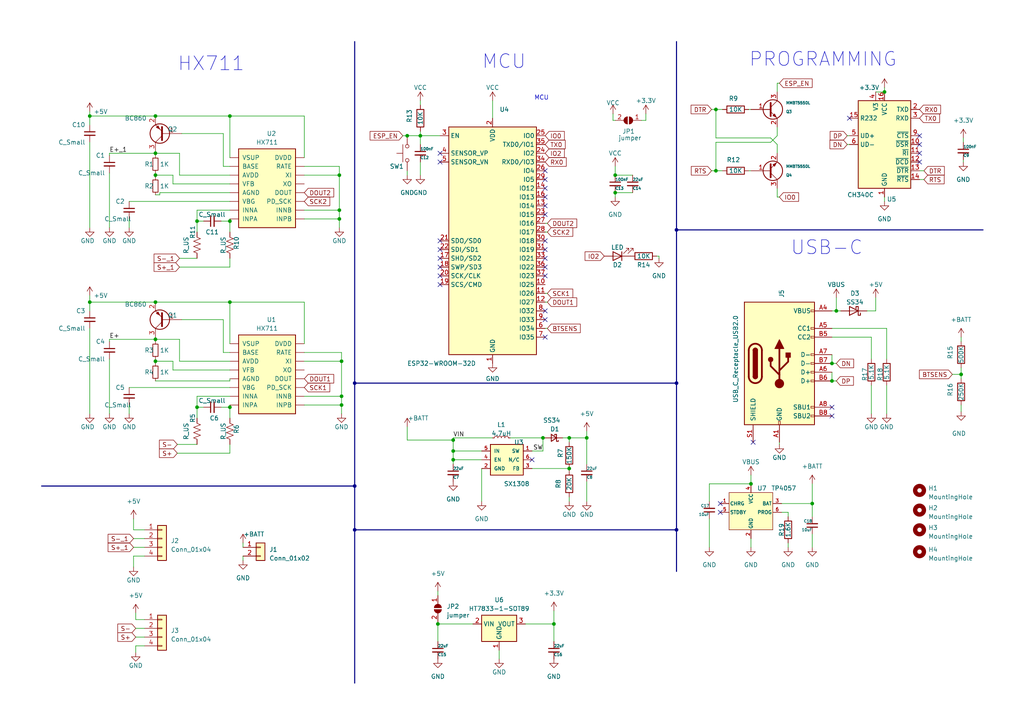
<source format=kicad_sch>
(kicad_sch (version 20230121) (generator eeschema)
  (paper "A4")
  (junction (at 278.765 108.585))
  (junction (at 121.92 39.37))
  (junction (at 66.675 87.63))
  (junction (at 66.675 118.11))
  (junction (at 131.445 127.635))
  (junction (at 242.57 90.17))
  (junction (at 66.675 33.655))
  (junction (at 160.655 180.975))
  (junction (at 57.15 64.135))
  (junction (at 178.435 55.88))
  (junction (at 45.085 50.8))
  (junction (at 165.1 127))
  (junction (at 170.18 127))
  (junction (at 157.48 127))
  (junction (at 45.085 33.655))
  (junction (at 196.215 153.67))
  (junction (at 98.425 50.8))
  (junction (at 207.645 31.75))
  (junction (at 45.085 87.63))
  (junction (at 196.215 66.675))
  (junction (at 66.675 64.135))
  (junction (at 45.085 98.425))
  (junction (at 102.87 153.67))
  (junction (at 131.445 133.35))
  (junction (at 178.435 50.8))
  (junction (at 98.425 60.96))
  (junction (at 217.805 140.335))
  (junction (at 102.87 140.97))
  (junction (at 131.445 130.81))
  (junction (at 196.215 111.125))
  (junction (at 45.085 44.45))
  (junction (at 26.035 87.63))
  (junction (at 207.645 49.53))
  (junction (at 99.06 114.935))
  (junction (at 256.54 26.67))
  (junction (at 98.425 63.5))
  (junction (at 241.3 110.49))
  (junction (at 118.11 39.37))
  (junction (at 26.035 33.655))
  (junction (at 99.06 104.775))
  (junction (at 235.585 146.05))
  (junction (at 99.06 117.475))
  (junction (at 45.085 104.775))
  (junction (at 57.15 118.11))
  (junction (at 102.87 111.125))
  (junction (at 127 180.975))
  (junction (at 165.1 135.89))
  (junction (at 241.3 105.41))
  (no_connect (at 158.115 92.71))
  (no_connect (at 266.7 41.91))
  (no_connect (at 127.635 82.55))
  (no_connect (at 154.305 133.35))
  (no_connect (at 158.115 80.01))
  (no_connect (at 127.635 80.01))
  (no_connect (at 158.115 72.39))
  (no_connect (at 158.115 54.61))
  (no_connect (at 266.7 46.99))
  (no_connect (at 127.635 46.99))
  (no_connect (at 208.915 148.59))
  (no_connect (at 241.3 118.11))
  (no_connect (at 158.115 97.79))
  (no_connect (at 127.635 77.47))
  (no_connect (at 127.635 72.39))
  (no_connect (at 266.7 44.45))
  (no_connect (at 246.38 34.29))
  (no_connect (at 208.915 146.05))
  (no_connect (at 158.115 57.15))
  (no_connect (at 158.115 77.47))
  (no_connect (at 218.44 128.27))
  (no_connect (at 158.115 62.23))
  (no_connect (at 158.115 69.85))
  (no_connect (at 127.635 44.45))
  (no_connect (at 127.635 74.93))
  (no_connect (at 241.3 120.65))
  (no_connect (at 127.635 69.85))
  (no_connect (at 158.115 49.53))
  (no_connect (at 158.115 90.17))
  (no_connect (at 158.115 52.07))
  (no_connect (at 266.7 39.37))
  (no_connect (at 158.115 74.93))
  (no_connect (at 158.115 59.69))
  (wire (pts (xy 226.695 146.05) (xy 235.585 146.05)))
  (wire (pts (xy 99.06 114.935) (xy 99.06 117.475)))
  (wire (pts (xy 26.035 41.275) (xy 26.035 66.04)))
  (wire (pts (xy 121.92 38.1) (xy 121.92 39.37)))
  (wire (pts (xy 206.375 31.75) (xy 207.645 31.75)))
  (wire (pts (xy 278.765 106.68) (xy 278.765 108.585)))
  (wire (pts (xy 45.085 56.515) (xy 46.355 56.515)))
  (wire (pts (xy 118.11 49.53) (xy 118.11 50.8)))
  (wire (pts (xy 165.1 127) (xy 165.1 128.27)))
  (wire (pts (xy 191.135 74.295) (xy 191.135 74.93)))
  (bus (pts (xy 196.215 111.125) (xy 196.215 153.67)))
  (wire (pts (xy 45.085 50.8) (xy 45.085 51.435)))
  (wire (pts (xy 66.675 118.11) (xy 66.675 121.285)))
  (wire (pts (xy 31.75 104.14) (xy 31.75 120.015)))
  (wire (pts (xy 59.055 64.135) (xy 57.15 64.135)))
  (wire (pts (xy 26.035 33.655) (xy 45.085 33.655)))
  (wire (pts (xy 217.805 156.21) (xy 217.805 158.75)))
  (bus (pts (xy 102.87 153.67) (xy 196.215 153.67)))
  (wire (pts (xy 160.655 180.975) (xy 160.655 186.055)))
  (wire (pts (xy 57.15 67.31) (xy 57.15 64.135)))
  (wire (pts (xy 45.085 110.49) (xy 66.675 110.49)))
  (wire (pts (xy 217.17 49.53) (xy 217.805 49.53)))
  (wire (pts (xy 225.425 57.15) (xy 226.06 57.15)))
  (wire (pts (xy 66.675 53.34) (xy 50.165 53.34)))
  (wire (pts (xy 116.84 39.37) (xy 118.11 39.37)))
  (wire (pts (xy 158.115 85.09) (xy 158.75 85.09)))
  (wire (pts (xy 228.6 157.48) (xy 228.6 158.75)))
  (wire (pts (xy 242.57 90.17) (xy 241.3 90.17)))
  (wire (pts (xy 158.75 64.77) (xy 158.115 64.77)))
  (wire (pts (xy 158.115 67.31) (xy 158.75 67.31)))
  (wire (pts (xy 118.11 127.635) (xy 131.445 127.635)))
  (wire (pts (xy 99.06 104.775) (xy 99.06 114.935)))
  (wire (pts (xy 131.445 130.81) (xy 131.445 133.35)))
  (wire (pts (xy 45.085 97.79) (xy 45.085 98.425)))
  (wire (pts (xy 45.085 98.425) (xy 52.07 98.425)))
  (wire (pts (xy 154.305 130.81) (xy 157.48 130.81)))
  (wire (pts (xy 99.06 117.475) (xy 99.06 120.015)))
  (bus (pts (xy 102.87 111.125) (xy 196.215 111.125)))
  (wire (pts (xy 121.92 46.99) (xy 121.92 50.8)))
  (wire (pts (xy 66.675 107.315) (xy 50.165 107.315)))
  (wire (pts (xy 165.1 127) (xy 170.18 127)))
  (wire (pts (xy 223.52 40.005) (xy 225.425 41.91)))
  (wire (pts (xy 252.73 104.14) (xy 252.73 97.79)))
  (wire (pts (xy 205.74 150.495) (xy 205.74 158.75)))
  (wire (pts (xy 207.645 31.75) (xy 207.645 40.005)))
  (wire (pts (xy 88.265 104.775) (xy 99.06 104.775)))
  (wire (pts (xy 45.085 104.775) (xy 50.165 104.775)))
  (wire (pts (xy 118.11 127.635) (xy 118.11 123.825)))
  (wire (pts (xy 88.265 114.935) (xy 99.06 114.935)))
  (wire (pts (xy 39.37 187.325) (xy 39.37 189.23)))
  (wire (pts (xy 39.37 179.705) (xy 41.91 179.705)))
  (wire (pts (xy 278.765 97.79) (xy 278.765 99.06)))
  (wire (pts (xy 41.91 153.67) (xy 38.735 153.67)))
  (wire (pts (xy 52.07 74.93) (xy 57.15 74.93)))
  (wire (pts (xy 37.465 117.475) (xy 37.465 120.015)))
  (wire (pts (xy 178.435 55.88) (xy 178.435 57.15)))
  (wire (pts (xy 88.265 117.475) (xy 99.06 117.475)))
  (wire (pts (xy 170.18 125.095) (xy 170.18 127)))
  (wire (pts (xy 46.355 56.515) (xy 46.355 55.88)))
  (wire (pts (xy 241.3 105.41) (xy 242.57 105.41)))
  (wire (pts (xy 98.425 60.96) (xy 98.425 63.5)))
  (wire (pts (xy 131.445 130.81) (xy 139.7 130.81)))
  (wire (pts (xy 257.175 95.25) (xy 241.3 95.25)))
  (wire (pts (xy 144.78 191.135) (xy 144.78 188.595)))
  (wire (pts (xy 98.425 63.5) (xy 98.425 66.04)))
  (wire (pts (xy 121.92 41.91) (xy 121.92 39.37)))
  (wire (pts (xy 257.175 104.14) (xy 257.175 95.25)))
  (wire (pts (xy 118.11 39.37) (xy 121.92 39.37)))
  (wire (pts (xy 70.485 161.29) (xy 70.485 162.56)))
  (wire (pts (xy 278.765 108.585) (xy 278.765 109.855)))
  (wire (pts (xy 88.265 102.235) (xy 99.06 102.235)))
  (wire (pts (xy 241.3 102.87) (xy 241.3 105.41)))
  (wire (pts (xy 127 171.45) (xy 127 172.72)))
  (wire (pts (xy 52.07 98.425) (xy 52.07 104.775)))
  (wire (pts (xy 178.435 48.26) (xy 178.435 50.8)))
  (wire (pts (xy 207.645 40.005) (xy 223.52 40.005)))
  (wire (pts (xy 266.7 52.07) (xy 267.97 52.07)))
  (wire (pts (xy 38.735 161.29) (xy 38.735 164.465)))
  (wire (pts (xy 241.3 107.95) (xy 241.3 110.49)))
  (wire (pts (xy 131.445 133.35) (xy 131.445 134.62)))
  (wire (pts (xy 59.055 118.11) (xy 57.15 118.11)))
  (wire (pts (xy 127 180.975) (xy 137.16 180.975)))
  (wire (pts (xy 66.675 74.93) (xy 66.675 77.47)))
  (wire (pts (xy 183.515 55.88) (xy 178.435 55.88)))
  (wire (pts (xy 39.37 182.245) (xy 41.91 182.245)))
  (wire (pts (xy 131.445 127.635) (xy 131.445 130.81)))
  (wire (pts (xy 45.085 104.775) (xy 45.085 105.41)))
  (wire (pts (xy 66.675 64.135) (xy 64.135 64.135)))
  (wire (pts (xy 279.4 46.99) (xy 279.4 46.355)))
  (wire (pts (xy 225.425 36.83) (xy 225.425 39.37)))
  (wire (pts (xy 158.115 87.63) (xy 158.75 87.63)))
  (wire (pts (xy 88.265 99.695) (xy 88.265 87.63)))
  (wire (pts (xy 66.675 110.49) (xy 66.675 109.855)))
  (wire (pts (xy 45.085 33.655) (xy 66.675 33.655)))
  (wire (pts (xy 52.07 77.47) (xy 66.675 77.47)))
  (wire (pts (xy 52.705 92.71) (xy 64.77 92.71)))
  (wire (pts (xy 66.675 118.11) (xy 64.135 118.11)))
  (wire (pts (xy 158.115 127) (xy 157.48 127)))
  (wire (pts (xy 127 180.34) (xy 127 180.975)))
  (wire (pts (xy 31.75 98.425) (xy 31.75 99.06)))
  (wire (pts (xy 228.6 148.59) (xy 228.6 149.86)))
  (bus (pts (xy 102.87 12.065) (xy 102.87 111.125)))
  (wire (pts (xy 131.445 133.35) (xy 139.7 133.35)))
  (wire (pts (xy 165.1 135.89) (xy 165.1 136.525)))
  (wire (pts (xy 66.675 114.935) (xy 57.15 114.935)))
  (wire (pts (xy 57.15 121.285) (xy 57.15 118.11)))
  (wire (pts (xy 170.18 127) (xy 170.18 134.62)))
  (wire (pts (xy 38.735 158.75) (xy 41.91 158.75)))
  (wire (pts (xy 235.585 146.05) (xy 235.585 140.335)))
  (wire (pts (xy 64.77 92.71) (xy 64.77 102.235)))
  (wire (pts (xy 245.745 39.37) (xy 246.38 39.37)))
  (wire (pts (xy 31.75 98.425) (xy 45.085 98.425)))
  (wire (pts (xy 191.135 74.295) (xy 190.5 74.295)))
  (wire (pts (xy 26.035 32.385) (xy 26.035 33.655)))
  (wire (pts (xy 98.425 48.26) (xy 98.425 50.8)))
  (wire (pts (xy 98.425 50.8) (xy 98.425 60.96)))
  (wire (pts (xy 38.735 156.21) (xy 41.91 156.21)))
  (wire (pts (xy 186.055 34.925) (xy 187.325 34.925)))
  (wire (pts (xy 226.06 128.905) (xy 226.06 128.27)))
  (wire (pts (xy 88.265 48.26) (xy 98.425 48.26)))
  (wire (pts (xy 31.75 50.165) (xy 31.75 66.04)))
  (wire (pts (xy 45.085 50.165) (xy 45.085 50.8)))
  (wire (pts (xy 243.84 90.17) (xy 242.57 90.17)))
  (wire (pts (xy 157.48 127) (xy 157.48 130.81)))
  (wire (pts (xy 235.585 154.94) (xy 235.585 158.75)))
  (wire (pts (xy 26.035 87.63) (xy 45.085 87.63)))
  (wire (pts (xy 45.085 43.815) (xy 45.085 44.45)))
  (bus (pts (xy 196.215 66.675) (xy 285.115 66.675)))
  (bus (pts (xy 102.87 153.67) (xy 102.87 198.12)))
  (wire (pts (xy 177.8 34.925) (xy 178.435 34.925)))
  (wire (pts (xy 131.445 127) (xy 131.445 127.635)))
  (wire (pts (xy 64.77 38.735) (xy 64.77 48.26)))
  (wire (pts (xy 70.485 157.48) (xy 70.485 158.75)))
  (wire (pts (xy 66.675 45.72) (xy 66.675 33.655)))
  (bus (pts (xy 196.215 153.67) (xy 196.215 165.735)))
  (wire (pts (xy 66.675 64.135) (xy 66.675 67.31)))
  (wire (pts (xy 38.735 150.495) (xy 38.735 153.67)))
  (wire (pts (xy 257.175 111.76) (xy 257.175 120.015)))
  (wire (pts (xy 39.37 177.8) (xy 39.37 179.705)))
  (wire (pts (xy 37.465 58.42) (xy 66.675 58.42)))
  (wire (pts (xy 158.75 95.25) (xy 158.115 95.25)))
  (wire (pts (xy 41.91 187.325) (xy 39.37 187.325)))
  (wire (pts (xy 207.645 41.275) (xy 223.52 41.275)))
  (wire (pts (xy 225.425 57.15) (xy 225.425 54.61)))
  (wire (pts (xy 131.445 127) (xy 142.875 127)))
  (wire (pts (xy 217.805 137.795) (xy 217.805 140.335)))
  (wire (pts (xy 99.06 102.235) (xy 99.06 104.775)))
  (wire (pts (xy 142.875 29.21) (xy 142.875 34.29)))
  (wire (pts (xy 206.375 49.53) (xy 207.645 49.53)))
  (wire (pts (xy 205.74 140.335) (xy 217.805 140.335)))
  (wire (pts (xy 66.675 118.11) (xy 66.675 117.475)))
  (wire (pts (xy 256.54 57.15) (xy 256.54 58.42)))
  (wire (pts (xy 252.73 97.79) (xy 241.3 97.79)))
  (wire (pts (xy 66.675 33.655) (xy 88.265 33.655)))
  (wire (pts (xy 45.085 45.085) (xy 45.085 44.45)))
  (wire (pts (xy 205.74 145.415) (xy 205.74 140.335)))
  (bus (pts (xy 102.87 140.97) (xy 102.87 153.67)))
  (wire (pts (xy 217.17 31.75) (xy 217.805 31.75)))
  (wire (pts (xy 57.15 114.935) (xy 57.15 118.11)))
  (wire (pts (xy 52.705 38.735) (xy 64.77 38.735)))
  (wire (pts (xy 88.265 50.8) (xy 98.425 50.8)))
  (wire (pts (xy 242.57 110.49) (xy 241.3 110.49)))
  (wire (pts (xy 154.305 135.89) (xy 165.1 135.89)))
  (wire (pts (xy 66.675 64.135) (xy 66.675 63.5)))
  (wire (pts (xy 50.165 104.775) (xy 50.165 107.315)))
  (wire (pts (xy 88.265 63.5) (xy 98.425 63.5)))
  (bus (pts (xy 102.87 111.125) (xy 102.87 140.97)))
  (wire (pts (xy 183.515 50.8) (xy 178.435 50.8)))
  (wire (pts (xy 254 26.67) (xy 256.54 26.67)))
  (wire (pts (xy 256.54 25.4) (xy 256.54 26.67)))
  (wire (pts (xy 160.655 177.165) (xy 160.655 180.975)))
  (wire (pts (xy 37.465 112.395) (xy 66.675 112.395)))
  (wire (pts (xy 152.4 180.975) (xy 160.655 180.975)))
  (wire (pts (xy 45.085 50.8) (xy 50.165 50.8)))
  (wire (pts (xy 45.085 99.06) (xy 45.085 98.425)))
  (wire (pts (xy 207.645 49.53) (xy 209.55 49.53)))
  (wire (pts (xy 45.085 104.14) (xy 45.085 104.775)))
  (wire (pts (xy 31.75 44.45) (xy 31.75 45.085)))
  (wire (pts (xy 223.52 41.275) (xy 225.425 39.37)))
  (wire (pts (xy 245.745 41.91) (xy 246.38 41.91)))
  (wire (pts (xy 254 86.36) (xy 254 90.17)))
  (wire (pts (xy 88.265 45.72) (xy 88.265 33.655)))
  (wire (pts (xy 64.77 48.26) (xy 66.675 48.26)))
  (wire (pts (xy 66.675 99.695) (xy 66.675 87.63)))
  (wire (pts (xy 225.425 26.67) (xy 225.425 24.13)))
  (wire (pts (xy 66.675 128.905) (xy 66.675 131.445)))
  (wire (pts (xy 207.645 31.75) (xy 209.55 31.75)))
  (wire (pts (xy 52.07 50.8) (xy 66.675 50.8)))
  (wire (pts (xy 66.675 87.63) (xy 88.265 87.63)))
  (wire (pts (xy 51.435 128.905) (xy 57.15 128.905)))
  (bus (pts (xy 196.215 66.675) (xy 196.215 111.125)))
  (wire (pts (xy 266.7 49.53) (xy 267.97 49.53)))
  (wire (pts (xy 66.675 131.445) (xy 51.435 131.445)))
  (wire (pts (xy 39.37 184.785) (xy 41.91 184.785)))
  (wire (pts (xy 26.035 95.25) (xy 26.035 120.015)))
  (wire (pts (xy 235.585 146.05) (xy 235.585 149.86)))
  (wire (pts (xy 66.675 60.96) (xy 57.15 60.96)))
  (wire (pts (xy 187.325 34.925) (xy 187.325 33.02)))
  (wire (pts (xy 127 180.975) (xy 127 186.055)))
  (bus (pts (xy 196.215 12.065) (xy 196.215 66.675)))
  (wire (pts (xy 31.75 44.45) (xy 45.085 44.45)))
  (wire (pts (xy 170.18 139.7) (xy 170.18 145.415)))
  (wire (pts (xy 26.035 33.655) (xy 26.035 36.195)))
  (wire (pts (xy 165.1 144.145) (xy 165.1 145.415)))
  (wire (pts (xy 26.035 85.725) (xy 26.035 87.63)))
  (wire (pts (xy 121.92 39.37) (xy 127.635 39.37)))
  (wire (pts (xy 121.92 29.21) (xy 121.92 30.48)))
  (bus (pts (xy 12.065 140.97) (xy 102.87 140.97)))
  (wire (pts (xy 50.165 50.8) (xy 50.165 53.34)))
  (wire (pts (xy 225.425 24.13) (xy 226.06 24.13)))
  (wire (pts (xy 45.085 87.63) (xy 66.675 87.63)))
  (wire (pts (xy 147.955 127) (xy 157.48 127)))
  (wire (pts (xy 88.265 60.96) (xy 98.425 60.96)))
  (wire (pts (xy 46.355 55.88) (xy 66.675 55.88)))
  (wire (pts (xy 278.765 117.475) (xy 278.765 119.38)))
  (wire (pts (xy 276.225 108.585) (xy 278.765 108.585)))
  (wire (pts (xy 45.085 44.45) (xy 52.07 44.45)))
  (wire (pts (xy 225.425 41.91) (xy 225.425 44.45)))
  (wire (pts (xy 226.695 148.59) (xy 228.6 148.59)))
  (wire (pts (xy 177.8 33.02) (xy 177.8 34.925)))
  (wire (pts (xy 254 90.17) (xy 251.46 90.17)))
  (wire (pts (xy 163.195 127) (xy 165.1 127)))
  (wire (pts (xy 252.73 111.76) (xy 252.73 120.015)))
  (wire (pts (xy 279.4 40.005) (xy 279.4 41.275)))
  (wire (pts (xy 41.91 161.29) (xy 38.735 161.29)))
  (wire (pts (xy 52.07 44.45) (xy 52.07 50.8)))
  (wire (pts (xy 64.77 102.235) (xy 66.675 102.235)))
  (wire (pts (xy 37.465 63.5) (xy 37.465 66.04)))
  (wire (pts (xy 207.645 49.53) (xy 207.645 41.275)))
  (wire (pts (xy 139.7 135.89) (xy 139.7 145.415)))
  (wire (pts (xy 57.15 60.96) (xy 57.15 64.135)))
  (wire (pts (xy 242.57 86.36) (xy 242.57 90.17)))
  (wire (pts (xy 26.035 87.63) (xy 26.035 90.17)))
  (wire (pts (xy 52.07 104.775) (xy 66.675 104.775)))
  (text "MCU\n" (at 154.94 29.21 0) (effects (font (size 1.27 1.27)) (justify left bottom)))
  (text "USB-C" (at 229.235 74.295 0) (effects (font (size 4 4)) (justify left bottom)))
  (text "PROGRAMMING\n" (at 217.17 19.685 0) (effects (font (size 4 4)) (justify left bottom)))
  (text "MCU" (at 139.7 20.32 0) (effects (font (size 4 4)) (justify left bottom)))
  (text "HX711\n" (at 51.435 20.955 0) (effects (font (size 4 4)) (justify left bottom)))
  (label "E+_1" (at 31.75 44.45 0))
  (label "E+" (at 31.75 98.425 0))
  (label "VIN" (at 131.445 127 0))
  (label "SW" (at 157.48 130.81 180))
  (global_label "IO0" (shape input) (at 226.06 57.15 0) (property "Intersheetrefs" "${INTERSHEET_REFS}" (effects hide)))
  (global_label "S-" (shape input) (at 39.37 182.245 180) (property "Intersheetrefs" "${INTERSHEET_REFS}" (effects hide)))
  (global_label "DOUT2" (shape input) (at 158.75 64.77 0) (property "Intersheetrefs" "${INTERSHEET_REFS}" (effects hide)))
  (global_label "DTR" (shape input) (at 267.97 49.53 0) (property "Intersheetrefs" "${INTERSHEET_REFS}" (effects hide)))
  (global_label "DP" (shape input) (at 245.745 39.37 180) (property "Intersheetrefs" "${INTERSHEET_REFS}" (effects hide)))
  (global_label "S+" (shape input) (at 51.435 131.445 180) (property "Intersheetrefs" "${INTERSHEET_REFS}" (effects hide)))
  (global_label "DP" (shape input) (at 242.57 110.49 0) (property "Intersheetrefs" "${INTERSHEET_REFS}" (effects hide)))
  (global_label "RTS" (shape input) (at 206.375 49.53 180) (property "Intersheetrefs" "${INTERSHEET_REFS}" (effects hide)))
  (global_label "SCK1" (shape input) (at 88.265 112.395 0) (property "Intersheetrefs" "${INTERSHEET_REFS}" (effects hide)))
  (global_label "S-_1" (shape input) (at 38.735 156.21 180) (property "Intersheetrefs" "${INTERSHEET_REFS}" (effects hide)))
  (global_label "DOUT1" (shape input) (at 88.265 109.855 0) (property "Intersheetrefs" "${INTERSHEET_REFS}" (effects hide)))
  (global_label "S+_1" (shape input) (at 38.735 158.75 180) (property "Intersheetrefs" "${INTERSHEET_REFS}" (effects hide)))
  (global_label "TX0" (shape input) (at 158.115 41.91 0) (property "Intersheetrefs" "${INTERSHEET_REFS}" (effects hide)))
  (global_label "DTR" (shape input) (at 206.375 31.75 180) (property "Intersheetrefs" "${INTERSHEET_REFS}" (effects hide)))
  (global_label "SCK2" (shape input) (at 158.75 67.31 0) (property "Intersheetrefs" "${INTERSHEET_REFS}" (effects hide)))
  (global_label "BTSENS" (shape input) (at 276.225 108.585 180) (property "Intersheetrefs" "${INTERSHEET_REFS}" (effects hide)))
  (global_label "S+_1" (shape input) (at 52.07 77.47 180) (property "Intersheetrefs" "${INTERSHEET_REFS}" (effects hide)))
  (global_label "S-_1" (shape input) (at 52.07 74.93 180) (property "Intersheetrefs" "${INTERSHEET_REFS}" (effects hide)))
  (global_label "SCK1" (shape input) (at 158.75 85.09 0) (property "Intersheetrefs" "${INTERSHEET_REFS}" (effects hide)))
  (global_label "BTSENS" (shape input) (at 158.75 95.25 0) (property "Intersheetrefs" "${INTERSHEET_REFS}" (effects hide)))
  (global_label "RTS" (shape input) (at 267.97 52.07 0) (property "Intersheetrefs" "${INTERSHEET_REFS}" (effects hide)))
  (global_label "ESP_EN" (shape input) (at 116.84 39.37 180) (property "Intersheetrefs" "${INTERSHEET_REFS}" (effects hide)))
  (global_label "IO2" (shape input) (at 175.26 74.295 180) (property "Intersheetrefs" "${INTERSHEET_REFS}" (effects hide)))
  (global_label "DN" (shape input) (at 242.57 105.41 0) (property "Intersheetrefs" "${INTERSHEET_REFS}" (effects hide)))
  (global_label "IO2" (shape input) (at 158.115 44.45 0) (property "Intersheetrefs" "${INTERSHEET_REFS}" (effects hide)))
  (global_label "DOUT1" (shape input) (at 158.75 87.63 0) (property "Intersheetrefs" "${INTERSHEET_REFS}" (effects hide)))
  (global_label "DOUT2" (shape input) (at 88.265 55.88 0) (property "Intersheetrefs" "${INTERSHEET_REFS}" (effects hide)))
  (global_label "IO0" (shape input) (at 158.115 39.37 0) (property "Intersheetrefs" "${INTERSHEET_REFS}" (effects hide)))
  (global_label "RX0" (shape input) (at 266.7 31.75 0) (property "Intersheetrefs" "${INTERSHEET_REFS}" (effects hide)))
  (global_label "S-" (shape input) (at 51.435 128.905 180) (property "Intersheetrefs" "${INTERSHEET_REFS}" (effects hide)))
  (global_label "SCK2" (shape input) (at 88.265 58.42 0) (property "Intersheetrefs" "${INTERSHEET_REFS}" (effects hide)))
  (global_label "S+" (shape input) (at 39.37 184.785 180) (property "Intersheetrefs" "${INTERSHEET_REFS}" (effects hide)))
  (global_label "RX0" (shape input) (at 158.115 46.99 0) (property "Intersheetrefs" "${INTERSHEET_REFS}" (effects hide)))
  (global_label "ESP_EN" (shape input) (at 226.06 24.13 0) (property "Intersheetrefs" "${INTERSHEET_REFS}" (effects hide)))
  (global_label "DN" (shape input) (at 245.745 41.91 180) (property "Intersheetrefs" "${INTERSHEET_REFS}" (effects hide)))
  (global_label "TX0" (shape input) (at 266.7 34.29 0) (property "Intersheetrefs" "${INTERSHEET_REFS}" (effects hide)))
  (symbol (lib_id "Device:R_US") (at 57.15 125.095 180) (unit 1)
    (property "Reference" "R5" (at 55.88 121.285 90))
    (property "Value" "R_US" (at 53.975 125.095 90))
    (property "Footprint" "Resistor_SMD:R_0603_1608Metric_Pad0.98x0.95mm_HandSolder" (effects hide))
  )
  (symbol (lib_id "power:GND") (at 127 191.135 0) (unit 1)
    (property "Reference" "#PWR030" (effects hide))
    (property "Value" "GND" (at 127 196.215 0))
  )
  (symbol (lib_id "Device:R") (at 165.1 140.335 180) (unit 1)
    (property "Reference" "R8" (at 161.925 140.335 90))
    (property "Value" "20K" (at 165.1 140.335 90))
    (property "Footprint" "Resistor_SMD:R_0603_1608Metric_Pad0.98x0.95mm_HandSolder" (effects hide))
  )
  (symbol (lib_id "Device:R") (at 257.175 107.95 180) (unit 1)
    (property "Reference" "R18" (at 255.27 108.585 90))
    (property "Value" "5.1K" (at 257.175 107.95 90))
    (property "Footprint" "Resistor_SMD:R_0603_1608Metric_Pad0.98x0.95mm_HandSolder" (effects hide))
  )
  (symbol (lib_id "power:GND") (at 31.75 120.015 0) (unit 1)
    (property "Reference" "#PWR06" (effects hide))
    (property "Value" "GND" (at 31.75 123.825 0))
  )
  (symbol (lib_id "Mechanical:MountingHole") (at 266.7 147.955 0) (unit 1)
    (property "Reference" "H2" (at 269.24 147.32 0) (effects (justify left)))
    (property "Value" "MountingHole" (at 269.24 149.86 0) (effects (justify left)))
    (property "Footprint" "MountingHole:MountingHole_3.5mm" (effects hide))
  )
  (symbol (lib_id "power:GND") (at 278.765 119.38 0) (unit 1)
    (property "Reference" "#PWR035" (effects hide))
    (property "Value" "GND" (at 278.13 125.73 0))
  )
  (symbol (lib_id "Transistor_BJT:MMBT5550L") (at 222.885 49.53 0) (mirror x) (unit 1)
    (property "Reference" "Q4" (at 227.965 50.8001 0) (effects (font (size 0.8 0.8)) (justify left)))
    (property "Value" "MMBT5550L" (at 227.965 48.2601 0) (effects (font (size 0.8 0.8)) (justify left)))
    (property "Footprint" "Package_TO_SOT_SMD:SOT-23" (effects hide))
    (property "Datasheet" "www.onsemi.com/pub/Collateral/MMBT5550LT1-D.PDF" (effects hide))
  )
  (symbol (lib_id "Connector_Generic:Conn_01x02") (at 75.565 158.75 0) (unit 1)
    (property "Reference" "J1" (at 78.105 159.385 0) (effects (justify left)))
    (property "Value" "Conn_01x02" (at 78.105 161.925 0) (effects (justify left)))
    (property "Footprint" "Connector_JST:JST_PH_S2B-PH-K_1x02_P2.00mm_Horizontal" (effects hide))
  )
  (symbol (lib_id "Jumper:SolderJumper_2_Open") (at 182.245 34.925 180) (unit 1)
    (property "Reference" "JP1" (at 184.15 38.1 0) (effects (justify left)))
    (property "Value" "jumper" (at 186.055 40.005 0) (effects (justify left)))
    (property "Footprint" "Resistor_SMD:R_0603_1608Metric_Pad0.98x0.95mm_HandSolder" (effects hide))
  )
  (symbol (lib_id "TP4057:TP4057") (at 211.455 142.24 0) (unit 1)
    (property "Reference" "U7" (at 219.6259 141.605 0) (effects (justify left)))
    (property "Value" "TP4057" (at 227.33 141.605 0))
    (property "Footprint" "Package_TO_SOT_SMD:SOT-23-6_Handsoldering" (effects hide))
  )
  (symbol (lib_id "Device:R") (at 278.765 102.87 180) (unit 1)
    (property "Reference" "R15" (at 275.59 102.235 90))
    (property "Value" "500K" (at 278.765 102.87 90))
    (property "Footprint" "Resistor_SMD:R_0603_1608Metric_Pad0.98x0.95mm_HandSolder" (effects hide))
  )
  (symbol (lib_id "power:+BATT") (at 70.485 157.48 0) (unit 1)
    (property "Reference" "#PWR051" (effects hide))
    (property "Value" "+BATT" (at 73.66 154.94 0))
  )
  (symbol (lib_id "power:+3.3V") (at 160.655 177.165 0) (unit 1)
    (property "Reference" "#PWR032" (effects hide))
    (property "Value" "+3.3V" (at 160.655 172.085 0))
  )
  (symbol (lib_id "power:GND") (at 37.465 66.04 0) (unit 1)
    (property "Reference" "#PWR03" (effects hide))
    (property "Value" "GND" (at 37.465 69.85 0))
  )
  (symbol (lib_id "power:GND") (at 178.435 57.15 0) (unit 1)
    (property "Reference" "#PWR026" (effects hide))
    (property "Value" "GND" (at 178.435 62.23 0))
  )
  (symbol (lib_id "Device:C_Small") (at 31.75 101.6 0) (mirror y) (unit 1)
    (property "Reference" "C4" (at 30.48 99.06 0) (effects (justify left)))
    (property "Value" "C_Small" (at 30.48 104.14 0) (effects (justify left)))
    (property "Footprint" "Capacitor_SMD:C_0603_1608Metric_Pad1.08x0.95mm_HandSolder" (effects hide))
  )
  (symbol (lib_id "power:GND") (at 217.805 158.75 0) (unit 1)
    (property "Reference" "#PWR043" (effects hide))
    (property "Value" "GND" (at 217.805 163.83 0))
  )
  (symbol (lib_id "Connector_Generic:Conn_01x04") (at 46.99 182.245 0) (unit 1)
    (property "Reference" "J3" (at 49.53 182.88 0) (effects (justify left)))
    (property "Value" "Conn_01x04" (at 49.53 185.42 0) (effects (justify left)))
    (property "Footprint" "Connector_JST:JST_PH_S4B-PH-K_1x04_P2.00mm_Horizontal" (effects hide))
  )
  (symbol (lib_id "power:GND") (at 226.06 128.905 0) (unit 1)
    (property "Reference" "#PWR036" (effects hide))
    (property "Value" "GND" (at 226.06 132.715 0))
  )
  (symbol (lib_id "RF_Module:ESP32-WROOM-32D") (at 142.875 69.85 0) (unit 1)
    (property "Reference" "U4" (at 144.8944 31.75 0) (effects (justify left)))
    (property "Value" "ESP32-WROOM-32D" (at 118.11 105.41 0) (effects (justify left)))
    (property "Footprint" "RF_Module:ESP32-WROOM-32" (effects hide))
    (property "Datasheet" "https://www.espressif.com/sites/default/files/documentation/esp32-wroom-32d_esp32-wroom-32u_datasheet_en.pdf" (effects hide))
  )
  (symbol (lib_id "Device:D_Schottky_Small") (at 160.655 127 180) (unit 1)
    (property "Reference" "D1" (at 160.909 124.46 0))
    (property "Value" "SS34" (at 160.02 121.92 0))
    (property "Footprint" "Diode_SMD:D_SMA" (effects hide))
  )
  (symbol (lib_id "Device:C_Small") (at 235.585 152.4 180) (unit 1)
    (property "Reference" "C18" (at 235.585 151.13 0) (effects (font (size 0.8 0.8)) (justify left)))
    (property "Value" "10uF" (at 235.585 153.67 0) (effects (font (size 0.8 0.8)) (justify left)))
    (property "Footprint" "Capacitor_SMD:C_0603_1608Metric_Pad1.08x0.95mm_HandSolder" (effects hide))
  )
  (symbol (lib_id "power:+5V") (at 26.035 32.385 0) (unit 1)
    (property "Reference" "#PWR046" (effects hide))
    (property "Value" "+5V" (at 29.21 32.385 0))
  )
  (symbol (lib_id "Mechanical:MountingHole") (at 266.7 160.02 0) (unit 1)
    (property "Reference" "H4" (at 269.24 159.385 0) (effects (justify left)))
    (property "Value" "MountingHole" (at 269.24 161.925 0) (effects (justify left)))
    (property "Footprint" "MountingHole:MountingHole_3.5mm" (effects hide))
  )
  (symbol (lib_id "Device:R_US") (at 66.675 125.095 0) (unit 1)
    (property "Reference" "R6" (at 68.58 124.46 90))
    (property "Value" "R_US" (at 64.77 125.095 90))
    (property "Footprint" "Resistor_SMD:R_0603_1608Metric_Pad0.98x0.95mm_HandSolder" (effects hide))
  )
  (symbol (lib_id "power:GND") (at 252.73 120.015 0) (unit 1)
    (property "Reference" "#PWR038" (effects hide))
    (property "Value" "GND" (at 252.73 123.825 0))
  )
  (symbol (lib_id "power:GND") (at 257.175 120.015 0) (unit 1)
    (property "Reference" "#PWR039" (effects hide))
    (property "Value" "GND" (at 257.175 123.825 0))
  )
  (symbol (lib_id "Device:R_US") (at 57.15 71.12 180) (unit 1)
    (property "Reference" "R11" (at 55.88 67.31 90))
    (property "Value" "R_US" (at 53.975 71.12 90))
    (property "Footprint" "Resistor_SMD:R_0603_1608Metric_Pad0.98x0.95mm_HandSolder" (effects hide))
  )
  (symbol (lib_id "Device:R") (at 278.765 113.665 180) (unit 1)
    (property "Reference" "R16" (at 275.59 113.03 90))
    (property "Value" "250K" (at 278.765 113.665 90))
    (property "Footprint" "Resistor_SMD:R_0603_1608Metric_Pad0.98x0.95mm_HandSolder" (effects hide))
  )
  (symbol (lib_id "power:+5V") (at 26.035 85.725 0) (unit 1)
    (property "Reference" "#PWR053" (effects hide))
    (property "Value" "+5V" (at 29.21 85.725 0))
  )
  (symbol (lib_id "power:+3.3V") (at 279.4 40.005 0) (unit 1)
    (property "Reference" "#PWR017" (effects hide))
    (property "Value" "+3.3V" (at 279.4 34.925 0))
  )
  (symbol (lib_id "Connector_Generic:Conn_01x04") (at 46.99 156.21 0) (unit 1)
    (property "Reference" "J2" (at 49.53 156.845 0) (effects (justify left)))
    (property "Value" "Conn_01x04" (at 49.53 159.385 0) (effects (justify left)))
    (property "Footprint" "Connector_JST:JST_PH_S4B-PH-K_1x04_P2.00mm_Horizontal" (effects hide))
  )
  (symbol (lib_id "power:+5V") (at 38.735 150.495 0) (unit 1)
    (property "Reference" "#PWR049" (effects hide))
    (property "Value" "+5V" (at 38.735 145.415 0))
  )
  (symbol (lib_id "power:GND") (at 205.74 158.75 0) (unit 1)
    (property "Reference" "#PWR041" (effects hide))
    (property "Value" "GND" (at 205.74 163.83 0))
  )
  (symbol (lib_id "power:VBUS") (at 242.57 86.36 0) (unit 1)
    (property "Reference" "#PWR037" (effects hide))
    (property "Value" "VBUS" (at 242.57 82.55 0))
  )
  (symbol (lib_id "Device:C_Small") (at 183.515 53.34 0) (unit 1)
    (property "Reference" "C14" (at 183.515 54.61 0) (effects (font (size 0.8 0.8)) (justify left)))
    (property "Value" "22uF" (at 183.515 52.07 0) (effects (font (size 0.8 0.8)) (justify left)))
    (property "Footprint" "Capacitor_SMD:C_0603_1608Metric_Pad1.08x0.95mm_HandSolder" (effects hide))
  )
  (symbol (lib_id "power:+3.3V") (at 187.325 33.02 0) (unit 1)
    (property "Reference" "#PWR027" (effects hide))
    (property "Value" "+3.3V" (at 187.325 29.21 0))
  )
  (symbol (lib_id "power:+BATT") (at 235.585 140.335 0) (unit 1)
    (property "Reference" "#PWR045" (effects hide))
    (property "Value" "+BATT" (at 235.585 135.255 0))
  )
  (symbol (lib_id "Device:C_Small") (at 160.655 188.595 0) (unit 1)
    (property "Reference" "C16" (at 160.655 189.865 0) (effects (font (size 0.8 0.8)) (justify left)))
    (property "Value" "22uF" (at 160.655 187.325 0) (effects (font (size 0.8 0.8)) (justify left)))
    (property "Footprint" "Capacitor_SMD:C_0603_1608Metric_Pad1.08x0.95mm_HandSolder" (effects hide))
  )
  (symbol (lib_id "Device:C_Small") (at 121.92 44.45 0) (unit 1)
    (property "Reference" "C12" (at 121.92 45.72 0) (effects (font (size 0.8 0.8)) (justify left)))
    (property "Value" "100nF" (at 121.92 43.18 0) (effects (font (size 0.8 0.8)) (justify left)))
    (property "Footprint" "Capacitor_SMD:C_0603_1608Metric_Pad1.08x0.95mm_HandSolder" (effects hide))
  )
  (symbol (lib_id "Device:C_Small") (at 178.435 53.34 0) (unit 1)
    (property "Reference" "C13" (at 178.435 54.61 0) (effects (font (size 0.8 0.8)) (justify left)))
    (property "Value" "100nF" (at 178.435 52.07 0) (effects (font (size 0.8 0.8)) (justify left)))
    (property "Footprint" "Capacitor_SMD:C_0603_1608Metric_Pad1.08x0.95mm_HandSolder" (effects hide))
  )
  (symbol (lib_id "power:+3.3V") (at 256.54 25.4 0) (unit 1)
    (property "Reference" "#PWR015" (effects hide))
    (property "Value" "+3.3V" (at 252.095 25.4 0))
  )
  (symbol (lib_id "Device:R") (at 121.92 34.29 180) (unit 1)
    (property "Reference" "R13" (at 118.745 33.655 90))
    (property "Value" "10K" (at 121.92 34.29 90))
    (property "Footprint" "Resistor_SMD:R_0603_1608Metric_Pad0.98x0.95mm_HandSolder" (effects hide))
  )
  (symbol (lib_id "power:GND") (at 235.585 158.75 0) (unit 1)
    (property "Reference" "#PWR054" (effects hide))
    (property "Value" "GND" (at 235.585 163.83 0))
  )
  (symbol (lib_id "Device:R_US") (at 66.675 71.12 0) (unit 1)
    (property "Reference" "R10" (at 68.58 70.485 90))
    (property "Value" "R_US" (at 64.77 71.12 90))
    (property "Footprint" "Resistor_SMD:R_0603_1608Metric_Pad0.98x0.95mm_HandSolder" (effects hide))
  )
  (symbol (lib_id "power:GND") (at 256.54 58.42 0) (unit 1)
    (property "Reference" "#PWR016" (effects hide))
    (property "Value" "GND" (at 256.54 63.5 0))
  )
  (symbol (lib_id "power:GND") (at 38.735 164.465 0) (unit 1)
    (property "Reference" "#PWR050" (effects hide))
    (property "Value" "GND" (at 38.735 168.275 0))
  )
  (symbol (lib_id "power:GND") (at 160.655 191.135 0) (unit 1)
    (property "Reference" "#PWR033" (effects hide))
    (property "Value" "GND" (at 160.655 196.215 0))
  )
  (symbol (lib_id "Device:C_Small") (at 205.74 147.955 180) (unit 1)
    (property "Reference" "C17" (at 205.74 146.685 0) (effects (font (size 0.8 0.8)) (justify left)))
    (property "Value" "10uF" (at 205.74 149.225 0) (effects (font (size 0.8 0.8)) (justify left)))
    (property "Footprint" "Capacitor_SMD:C_0603_1608Metric_Pad1.08x0.95mm_HandSolder" (effects hide))
  )
  (symbol (lib_id "Device:C_Small") (at 61.595 118.11 90) (unit 1)
    (property "Reference" "C6" (at 63.5 121.285 90) (effects (justify left)))
    (property "Value" "C_Small" (at 65.405 116.205 90) (effects (justify left)))
    (property "Footprint" "Capacitor_SMD:C_0603_1608Metric_Pad1.08x0.95mm_HandSolder" (effects hide))
  )
  (symbol (lib_id "Device:R_Small") (at 45.085 53.975 180) (unit 1)
    (property "Reference" "R2" (at 41.91 53.975 0) (effects (justify right)))
    (property "Value" "1K" (at 46.355 53.975 0) (effects (justify right)))
    (property "Footprint" "Resistor_SMD:R_0603_1608Metric_Pad0.98x0.95mm_HandSolder" (effects hide))
  )
  (symbol (lib_name "HX711_1") (lib_id "HX711:HX711") (at 78.105 38.1 0) (unit 1)
    (property "Reference" "U2" (at 78.74 38.735 0))
    (property "Value" "HX711" (at 77.47 41.275 0))
    (property "Footprint" "HX711:SOP127P600X180-16N" (effects hide))
    (property "MAXIMUM_PACKAGE_HEIGHT" "1.8 mm" (effects hide))
    (property "STANDARD" "IPC-7351B" (effects hide))
    (property "PARTREV" "V2.0" (effects hide))
    (property "MANUFACTURER" "Avia Semiconductor" (effects hide))
    (property "SNAPEDA_PN" "HX711" (effects hide))
  )
  (symbol (lib_id "Switch:SW_Omron_B3FS") (at 118.11 44.45 90) (unit 1)
    (property "Reference" "SW1" (at 113.03 48.26 90) (effects (justify right)))
    (property "Value" "SW_Omron_B3FS" (effects hide))
    (property "Footprint" "Button_Switch_SMD:SW_Push_SPST_NO_Alps_SKRK" (effects hide))
    (property "Datasheet" "https://omronfs.omron.com/en_US/ecb/products/pdf/en-b3fs.pdf" (effects hide))
  )
  (symbol (lib_id "Device:L_Small") (at 145.415 127 90) (unit 1)
    (property "Reference" "L1" (at 145.415 123.19 90))
    (property "Value" "4.7uH" (at 145.415 125.73 90))
    (property "Footprint" "Inductor_SMD:L_Coilcraft_LPS5030" (effects hide))
  )
  (symbol (lib_id "power:GND") (at 99.06 120.015 0) (unit 1)
    (property "Reference" "#PWR08" (effects hide))
    (property "Value" "GND" (at 99.06 123.825 0))
  )
  (symbol (lib_id "Device:C_Small") (at 279.4 43.815 0) (unit 1)
    (property "Reference" "C9" (at 279.4 45.085 0) (effects (font (size 0.8 0.8)) (justify left)))
    (property "Value" "100nF" (at 279.4 42.545 0) (effects (font (size 0.8 0.8)) (justify left)))
    (property "Footprint" "Capacitor_SMD:C_0603_1608Metric_Pad1.08x0.95mm_HandSolder" (effects hide))
  )
  (symbol (lib_id "Mechanical:MountingHole") (at 266.7 142.24 0) (unit 1)
    (property "Reference" "H1" (at 269.24 141.605 0) (effects (justify left)))
    (property "Value" "MountingHole" (at 269.24 144.145 0) (effects (justify left)))
    (property "Footprint" "MountingHole:MountingHole_3.5mm" (effects hide))
  )
  (symbol (lib_id "power:GND") (at 70.485 162.56 0) (unit 1)
    (property "Reference" "#PWR052" (effects hide))
    (property "Value" "GND" (at 70.485 167.64 0))
  )
  (symbol (lib_id "power:GND") (at 279.4 46.99 0) (unit 1)
    (property "Reference" "#PWR018" (effects hide))
    (property "Value" "GND" (at 279.4 52.07 0))
  )
  (symbol (lib_id "power:GND") (at 121.92 50.8 0) (unit 1)
    (property "Reference" "#PWR021" (effects hide))
    (property "Value" "GND" (at 121.92 55.88 0))
  )
  (symbol (lib_id "power:GND") (at 228.6 158.75 0) (unit 1)
    (property "Reference" "#PWR044" (effects hide))
    (property "Value" "GND" (at 228.6 163.83 0))
  )
  (symbol (lib_id "Jumper:SolderJumper_2_Open") (at 127 176.53 270) (unit 1)
    (property "Reference" "JP2" (at 129.54 175.895 90) (effects (justify left)))
    (property "Value" "jumper" (at 129.54 178.435 90) (effects (justify left)))
    (property "Footprint" "Resistor_SMD:R_0603_1608Metric_Pad0.98x0.95mm_HandSolder" (effects hide))
  )
  (symbol (lib_id "Device:C_Small") (at 26.035 92.71 0) (mirror y) (unit 1)
    (property "Reference" "C3" (at 24.765 90.17 0) (effects (justify left)))
    (property "Value" "C_Small" (at 24.765 95.25 0) (effects (justify left)))
    (property "Footprint" "Capacitor_SMD:C_0603_1608Metric_Pad1.08x0.95mm_HandSolder" (effects hide))
  )
  (symbol (lib_id "Device:C_Small") (at 61.595 64.135 90) (unit 1)
    (property "Reference" "C11" (at 63.5 67.31 90) (effects (justify left)))
    (property "Value" "C_Small" (at 65.405 62.23 90) (effects (justify left)))
    (property "Footprint" "Capacitor_SMD:C_0603_1608Metric_Pad1.08x0.95mm_HandSolder" (effects hide))
  )
  (symbol (lib_id "Regulator_Linear:HT75xx-1-SOT89") (at 144.78 183.515 0) (unit 1)
    (property "Reference" "U6" (at 144.78 173.99 0))
    (property "Value" "HT7833-1-SOT89" (at 144.78 176.53 0))
    (property "Footprint" "Package_TO_SOT_SMD:SOT-89-3" (effects hide))
    (property "Datasheet" "https://www.holtek.com/documents/10179/116711/HT75xx-1v250.pdf" (effects hide))
    (property "purchase" "https://www.sunrom.com/p/ht7833-sot89-33v-500ma-ldo" (effects hide))
  )
  (symbol (lib_id "Device:C_Small") (at 37.465 114.935 0) (mirror y) (unit 1)
    (property "Reference" "C5" (at 36.195 112.395 0) (effects (justify left)))
    (property "Value" "C_Small" (at 38.1 117.475 0) (effects (justify left)))
    (property "Footprint" "Capacitor_SMD:C_0603_1608Metric_Pad1.08x0.95mm_HandSolder" (effects hide))
  )
  (symbol (lib_id "power:GND") (at 139.7 145.415 0) (unit 1)
    (property "Reference" "#PWR011" (effects hide))
    (property "Value" "GND" (at 139.7 150.495 0))
  )
  (symbol (lib_id "power:GND") (at 26.035 66.04 0) (unit 1)
    (property "Reference" "#PWR01" (effects hide))
    (property "Value" "GND" (at 25.4 69.85 0))
  )
  (symbol (lib_id "power:GND") (at 144.78 191.135 0) (unit 1)
    (property "Reference" "#PWR031" (effects hide))
    (property "Value" "GND" (at 144.78 194.945 0))
  )
  (symbol (lib_id "power:+5V") (at 254 86.36 0) (unit 1)
    (property "Reference" "#PWR040" (effects hide))
    (property "Value" "+5V" (at 254 82.55 0))
  )
  (symbol (lib_id "power:+BATT") (at 278.765 97.79 0) (unit 1)
    (property "Reference" "#PWR034" (effects hide))
    (property "Value" "+BATT" (at 278.765 92.71 0))
  )
  (symbol (lib_id "Connector:USB_C_Receptacle_USB2.0") (at 226.06 105.41 0) (unit 1)
    (property "Reference" "J5" (at 226.695 86.36 90) (effects (justify left)))
    (property "Value" "USB_C_Receptacle_USB2.0" (at 213.36 116.84 90) (effects (justify left)))
    (property "Footprint" "Connector_USB:USB_C_Receptacle_HRO_TYPE-C-31-M-12" (effects hide))
    (property "Datasheet" "https://www.usb.org/sites/default/files/documents/usb_type-c.zip" (effects hide))
  )
  (symbol (lib_name "HX711_1") (lib_id "HX711:HX711") (at 78.105 92.075 0) (unit 1)
    (property "Reference" "U1" (at 78.74 92.71 0))
    (property "Value" "HX711" (at 77.47 95.25 0))
    (property "Footprint" "HX711:SOP127P600X180-16N" (effects hide))
    (property "MAXIMUM_PACKAGE_HEIGHT" "1.8 mm" (effects hide))
    (property "STANDARD" "IPC-7351B" (effects hide))
    (property "PARTREV" "V2.0" (effects hide))
    (property "MANUFACTURER" "Avia Semiconductor" (effects hide))
    (property "SNAPEDA_PN" "HX711" (effects hide))
  )
  (symbol (lib_id "power:VCC") (at 178.435 48.26 0) (unit 1)
    (property "Reference" "#PWR025" (effects hide))
    (property "Value" "VCC" (at 178.435 44.45 0))
  )
  (symbol (lib_id "power:GND") (at 31.75 66.04 0) (unit 1)
    (property "Reference" "#PWR02" (effects hide))
    (property "Value" "GND" (at 31.75 69.85 0))
  )
  (symbol (lib_id "power:+5V") (at 39.37 177.8 0) (unit 1)
    (property "Reference" "#PWR047" (effects hide))
    (property "Value" "+5V" (at 39.37 172.72 0))
  )
  (symbol (lib_id "Transistor_BJT:BC860") (at 47.625 38.735 180) (unit 1)
    (property "Reference" "Q2" (at 51.435 37.465 0) (effects (justify left)))
    (property "Value" "BC860" (at 42.545 34.29 0) (effects (justify left)))
    (property "Footprint" "Package_TO_SOT_SMD:SOT-23" (effects hide))
    (property "Datasheet" "http://www.infineon.com/dgdl/Infineon-BC857SERIES_BC858SERIES_BC859SERIES_BC860SERIES-DS-v01_01-en.pdf?fileId=db3a304314dca389011541da0e3a1661" (effects hide))
  )
  (symbol (lib_id "power:GND") (at 37.465 120.015 0) (unit 1)
    (property "Reference" "#PWR07" (effects hide))
    (property "Value" "GND" (at 37.465 123.825 0))
  )
  (symbol (lib_id "Device:C_Small") (at 31.75 47.625 0) (mirror y) (unit 1)
    (property "Reference" "C1" (at 30.48 45.085 0) (effects (justify left)))
    (property "Value" "C_Small" (at 30.48 50.165 0) (effects (justify left)))
    (property "Footprint" "Capacitor_SMD:C_0603_1608Metric_Pad1.08x0.95mm_HandSolder" (effects hide))
  )
  (symbol (lib_id "power:GND") (at 170.18 145.415 0) (unit 1)
    (property "Reference" "#PWR014" (effects hide))
    (property "Value" "GND" (at 170.18 149.225 0))
  )
  (symbol (lib_id "Device:C_Small") (at 131.445 137.16 0) (unit 1)
    (property "Reference" "C7" (at 131.445 138.43 0) (effects (font (size 0.8 0.8)) (justify left)))
    (property "Value" "22uF" (at 131.445 135.89 0) (effects (font (size 0.8 0.8)) (justify left)))
    (property "Footprint" "Capacitor_SMD:C_0603_1608Metric_Pad1.08x0.95mm_HandSolder" (effects hide))
  )
  (symbol (lib_id "power:GND") (at 26.035 120.015 0) (unit 1)
    (property "Reference" "#PWR05" (effects hide))
    (property "Value" "GND" (at 25.4 123.825 0))
  )
  (symbol (lib_id "Interface_USB:CH340C") (at 256.54 41.91 0) (unit 1)
    (property "Reference" "U5" (at 257.2259 57.785 0) (effects (justify left)))
    (property "Value" "CH340C" (at 245.745 56.515 0) (effects (justify left)))
    (property "Footprint" "Package_SO:SOIC-16_3.9x9.9mm_P1.27mm" (effects hide))
    (property "Datasheet" "https://datasheet.lcsc.com/szlcsc/Jiangsu-Qin-Heng-CH340C_C84681.pdf" (effects hide))
  )
  (symbol (lib_id "Mechanical:MountingHole") (at 266.7 153.67 0) (unit 1)
    (property "Reference" "H3" (at 269.24 153.035 0) (effects (justify left)))
    (property "Value" "MountingHole" (at 269.24 155.575 0) (effects (justify left)))
    (property "Footprint" "MountingHole:MountingHole_3.5mm" (effects hide))
  )
  (symbol (lib_id "Device:R_Small") (at 45.085 107.95 180) (unit 1)
    (property "Reference" "R4" (at 41.91 107.95 0) (effects (justify right)))
    (property "Value" "1K" (at 46.355 107.95 0) (effects (justify right)))
    (property "Footprint" "Resistor_SMD:R_0603_1608Metric_Pad0.98x0.95mm_HandSolder" (effects hide))
  )
  (symbol (lib_id "Device:R_Small") (at 45.085 47.625 180) (unit 1)
    (property "Reference" "R1" (at 41.91 47.625 0) (effects (justify right)))
    (property "Value" "1K" (at 46.355 47.625 0) (effects (justify right)))
    (property "Footprint" "Resistor_SMD:R_0603_1608Metric_Pad0.98x0.95mm_HandSolder" (effects hide))
  )
  (symbol (lib_id "power:GND") (at 142.875 105.41 0) (unit 1)
    (property "Reference" "#PWR023" (effects hide))
    (property "Value" "GND" (at 142.875 109.855 0))
  )
  (symbol (lib_id "power:+5V") (at 127 171.45 0) (unit 1)
    (property "Reference" "#PWR029" (effects hide))
    (property "Value" "+5V" (at 127 166.37 0))
  )
  (symbol (lib_id "Device:R") (at 165.1 132.08 180) (unit 1)
    (property "Reference" "R7" (at 162.56 131.445 90))
    (property "Value" "150K" (at 165.1 132.08 90))
    (property "Footprint" "Resistor_SMD:R_0603_1608Metric_Pad0.98x0.95mm_HandSolder" (effects hide))
  )
  (symbol (lib_id "power:VCC") (at 121.92 29.21 0) (unit 1)
    (property "Reference" "#PWR020" (effects hide))
    (property "Value" "VCC" (at 121.92 25.4 0))
  )
  (symbol (lib_id "Device:R") (at 228.6 153.67 180) (unit 1)
    (property "Reference" "R19" (at 226.695 153.67 90))
    (property "Value" "1.6K" (at 228.6 153.67 90))
    (property "Footprint" "Resistor_SMD:R_0603_1608Metric_Pad0.98x0.95mm_HandSolder" (effects hide))
  )
  (symbol (lib_id "Device:C_Small") (at 170.18 137.16 0) (unit 1)
    (property "Reference" "C8" (at 170.18 138.43 0) (effects (font (size 0.8 0.8)) (justify left)))
    (property "Value" "22uF" (at 170.18 135.89 0) (effects (font (size 0.8 0.8)) (justify left)))
    (property "Footprint" "Capacitor_SMD:C_0603_1608Metric_Pad1.08x0.95mm_HandSolder" (effects hide))
  )
  (symbol (lib_id "power:GND") (at 131.445 139.7 0) (unit 1)
    (property "Reference" "#PWR010" (effects hide))
    (property "Value" "GND" (at 131.445 144.78 0))
  )
  (symbol (lib_id "Device:C_Small") (at 37.465 60.96 0) (mirror y) (unit 1)
    (property "Reference" "C2" (at 36.195 58.42 0) (effects (justify left)))
    (property "Value" "C_Small" (at 38.1 63.5 0) (effects (justify left)))
    (property "Footprint" "Capacitor_SMD:C_0603_1608Metric_Pad1.08x0.95mm_HandSolder" (effects hide))
  )
  (symbol (lib_id "Device:R") (at 213.36 49.53 270) (mirror x) (unit 1)
    (property "Reference" "R12" (at 212.725 46.355 90))
    (property "Value" "10K" (at 213.36 49.53 90))
    (property "Footprint" "Resistor_SMD:R_0603_1608Metric_Pad0.98x0.95mm_HandSolder" (effects hide))
  )
  (symbol (lib_id "power:GND") (at 98.425 66.04 0) (unit 1)
    (property "Reference" "#PWR04" (effects hide))
    (property "Value" "GND" (at 98.425 69.85 0))
  )
  (symbol (lib_id "power:GND") (at 165.1 145.415 0) (unit 1)
    (property "Reference" "#PWR012" (effects hide))
    (property "Value" "GND" (at 165.1 149.225 0))
  )
  (symbol (lib_id "Device:R") (at 213.36 31.75 270) (mirror x) (unit 1)
    (property "Reference" "R9" (at 212.725 28.575 90))
    (property "Value" "10K" (at 213.36 31.75 90))
    (property "Footprint" "Resistor_SMD:R_0603_1608Metric_Pad0.98x0.95mm_HandSolder" (effects hide))
  )
  (symbol (lib_id "Device:LED") (at 179.07 74.295 180) (unit 1)
    (property "Reference" "D2" (at 179.07 76.835 0))
    (property "Value" "LED" (at 179.07 71.755 0))
    (property "Footprint" "LED_SMD:LED_0603_1608Metric_Pad1.05x0.95mm_HandSolder" (effects hide))
  )
  (symbol (lib_id "power:+5V") (at 170.18 125.095 0) (unit 1)
    (property "Reference" "#PWR013" (effects hide))
    (property "Value" "+5V" (at 170.18 120.015 0))
  )
  (symbol (lib_id "sx1308:SX1308") (at 146.685 133.985 0) (unit 1)
    (property "Reference" "U3" (at 150.495 128.27 0))
    (property "Value" "SX1308" (at 149.86 140.335 0))
    (property "Footprint" "Package_TO_SOT_SMD:SOT-23-6_Handsoldering" (effects hide))
    (property "AVAILABILITY" "Unavailable" (effects hide))
    (property "PRICE" "None" (effects hide))
    (property "MF" "Semtech Corporation" (effects hide))
    (property "DESCRIPTION" "Digital Baseband Chip For Indoor Lorawan Pico Gateways" (effects hide))
    (property "PACKAGE" "- Semtech Corporation" (effects hide))
    (property "MP" "SX1308" (effects hide))
  )
  (symbol (lib_id "Device:R") (at 186.69 74.295 270) (unit 1)
    (property "Reference" "R14" (at 186.69 76.835 90))
    (property "Value" "10K" (at 186.69 74.295 90))
    (property "Footprint" "Resistor_SMD:R_0603_1608Metric_Pad0.98x0.95mm_HandSolder" (effects hide))
  )
  (symbol (lib_id "Device:R") (at 252.73 107.95 180) (unit 1)
    (property "Reference" "R17" (at 250.825 108.585 90))
    (property "Value" "5.1K" (at 252.73 107.95 90))
    (property "Footprint" "Resistor_SMD:R_0603_1608Metric_Pad0.98x0.95mm_HandSolder" (effects hide))
  )
  (symbol (lib_id "Transistor_BJT:BC860") (at 47.625 92.71 180) (unit 1)
    (property "Reference" "Q1" (at 51.435 91.44 0) (effects (justify left)))
    (property "Value" "BC860" (at 42.545 88.265 0) (effects (justify left)))
    (property "Footprint" "Package_TO_SOT_SMD:SOT-23" (effects hide))
    (property "Datasheet" "http://www.infineon.com/dgdl/Infineon-BC857SERIES_BC858SERIES_BC859SERIES_BC860SERIES-DS-v01_01-en.pdf?fileId=db3a304314dca389011541da0e3a1661" (effects hide))
  )
  (symbol (lib_id "power:GND") (at 39.37 189.23 0) (unit 1)
    (property "Reference" "#PWR048" (effects hide))
    (property "Value" "GND" (at 39.37 193.04 0))
  )
  (symbol (lib_id "power:GND") (at 118.11 50.8 0) (unit 1)
    (property "Reference" "#PWR019" (effects hide))
    (property "Value" "GND" (at 118.11 55.88 0))
  )
  (symbol (lib_id "Device:R_Small") (at 45.085 101.6 180) (unit 1)
    (property "Reference" "R3" (at 41.91 101.6 0) (effects (justify right)))
    (property "Value" "1K" (at 46.355 101.6 0) (effects (justify right)))
    (property "Footprint" "Resistor_SMD:R_0603_1608Metric_Pad0.98x0.95mm_HandSolder" (effects hide))
  )
  (symbol (lib_id "power:GND") (at 191.135 74.93 0) (unit 1)
    (property "Reference" "#PWR028" (effects hide))
    (property "Value" "GND" (at 191.135 80.01 0))
  )
  (symbol (lib_id "power:VCC") (at 177.8 33.02 0) (unit 1)
    (property "Reference" "#PWR024" (effects hide))
    (property "Value" "VCC" (at 177.8 29.845 0))
  )
  (symbol (lib_id "power:VCC") (at 142.875 29.21 0) (unit 1)
    (property "Reference" "#PWR022" (effects hide))
    (property "Value" "VCC" (at 142.875 25.4 0))
  )
  (symbol (lib_id "Transistor_BJT:MMBT5550L") (at 222.885 31.75 0) (unit 1)
    (property "Reference" "Q3" (at 227.965 32.385 0) (effects (font (size 0.8 0.8)) (justify left)))
    (property "Value" "MMBT5550L" (at 227.965 29.845 0) (effects (font (size 0.8 0.8)) (justify left)))
    (property "Footprint" "Package_TO_SOT_SMD:SOT-23" (effects hide))
    (property "Datasheet" "www.onsemi.com/pub/Collateral/MMBT5550LT1-D.PDF" (effects hide))
  )
  (symbol (lib_id "power:VBUS") (at 217.805 137.795 0) (unit 1)
    (property "Reference" "#PWR042" (effects hide))
    (property "Value" "VBUS" (at 217.805 133.985 0))
  )
  (symbol (lib_id "Device:C_Small") (at 26.035 38.735 0) (mirror y) (unit 1)
    (property "Reference" "C10" (at 24.765 36.195 0) (effects (justify left)))
    (property "Value" "C_Small" (at 24.765 41.275 0) (effects (justify left)))
    (property "Footprint" "Capacitor_SMD:C_0603_1608Metric_Pad1.08x0.95mm_HandSolder" (effects hide))
  )
  (symbol (lib_id "Device:D_Schottky") (at 247.65 90.17 180) (unit 1)
    (property "Reference" "D3" (at 247.9675 85.09 0))
    (property "Value" "SS34" (at 247.9675 87.63 0))
  )
  (symbol (lib_id "power:+BATT") (at 118.11 123.825 0) (unit 1)
    (property "Reference" "#PWR09" (effects hide))
    (property "Value" "+BATT" (at 121.285 121.285 0))
  )
  (symbol (lib_id "Device:C_Small") (at 127 188.595 0) (unit 1)
    (property "Reference" "C15" (at 127 189.865 0) (effects (font (size 0.8 0.8)) (justify left)))
    (property "Value" "22uF" (at 127 187.325 0) (effects (font (size 0.8 0.8)) (justify left)))
    (property "Footprint" "Capacitor_SMD:C_0603_1608Metric_Pad1.08x0.95mm_HandSolder" (effects hide))
  )
)
</source>
